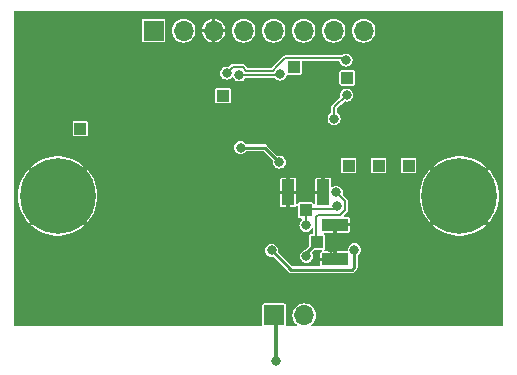
<source format=gbl>
G04 #@! TF.GenerationSoftware,KiCad,Pcbnew,7.0.7*
G04 #@! TF.CreationDate,2024-01-15T15:13:53+00:00*
G04 #@! TF.ProjectId,cardboard,63617264-626f-4617-9264-2e6b69636164,rev?*
G04 #@! TF.SameCoordinates,Original*
G04 #@! TF.FileFunction,Copper,L2,Bot*
G04 #@! TF.FilePolarity,Positive*
%FSLAX46Y46*%
G04 Gerber Fmt 4.6, Leading zero omitted, Abs format (unit mm)*
G04 Created by KiCad (PCBNEW 7.0.7) date 2024-01-15 15:13:53*
%MOMM*%
%LPD*%
G01*
G04 APERTURE LIST*
G04 #@! TA.AperFunction,ComponentPad*
%ADD10R,1.000000X1.000000*%
G04 #@! TD*
G04 #@! TA.AperFunction,ComponentPad*
%ADD11C,6.400000*%
G04 #@! TD*
G04 #@! TA.AperFunction,ComponentPad*
%ADD12R,1.700000X1.700000*%
G04 #@! TD*
G04 #@! TA.AperFunction,ComponentPad*
%ADD13O,1.700000X1.700000*%
G04 #@! TD*
G04 #@! TA.AperFunction,SMDPad,CuDef*
%ADD14R,1.050000X1.050000*%
G04 #@! TD*
G04 #@! TA.AperFunction,SMDPad,CuDef*
%ADD15R,2.200000X1.050000*%
G04 #@! TD*
G04 #@! TA.AperFunction,SMDPad,CuDef*
%ADD16R,1.050000X2.200000*%
G04 #@! TD*
G04 #@! TA.AperFunction,ViaPad*
%ADD17C,0.800000*%
G04 #@! TD*
G04 #@! TA.AperFunction,Conductor*
%ADD18C,0.250000*%
G04 #@! TD*
G04 #@! TA.AperFunction,Conductor*
%ADD19C,0.200000*%
G04 #@! TD*
G04 #@! TA.AperFunction,Conductor*
%ADD20C,0.300000*%
G04 #@! TD*
G04 APERTURE END LIST*
D10*
X117715000Y-70600000D03*
X102000000Y-64670000D03*
X108000000Y-62270000D03*
X112515000Y-63170000D03*
D11*
X122015000Y-73170000D03*
D10*
X89915000Y-67470000D03*
D11*
X88015000Y-73170000D03*
D10*
X112635000Y-70600000D03*
X115175000Y-70600000D03*
D12*
X106340000Y-83270000D03*
D13*
X108880000Y-83270000D03*
D14*
X109975000Y-77070000D03*
D15*
X111500000Y-75595000D03*
X111500000Y-78545000D03*
D12*
X96125000Y-59170000D03*
D13*
X98665000Y-59170000D03*
X101205000Y-59170000D03*
X103745000Y-59170000D03*
X106285000Y-59170000D03*
X108825000Y-59170000D03*
X111365000Y-59170000D03*
X113905000Y-59170000D03*
D14*
X109000000Y-74395000D03*
D16*
X107525000Y-72870000D03*
X110475000Y-72870000D03*
D17*
X113122343Y-77725789D03*
X106115000Y-77770000D03*
X107145000Y-67810000D03*
X107145000Y-65270000D03*
X92015000Y-83170000D03*
X105875000Y-67810000D03*
X124015000Y-83170000D03*
X115015000Y-78470000D03*
X108319999Y-63389999D03*
X92370143Y-72683450D03*
X117015000Y-67170000D03*
X124015000Y-59170000D03*
X102015000Y-83170000D03*
X104605000Y-67810000D03*
X91015000Y-59170000D03*
X124015000Y-78170000D03*
X117015000Y-59170000D03*
X98025000Y-64290000D03*
X103015000Y-78170000D03*
X86015000Y-78170000D03*
X121415000Y-62870000D03*
X107600000Y-80170000D03*
X105423190Y-70196204D03*
X98015000Y-78170000D03*
X92015000Y-78170000D03*
X115600000Y-83170000D03*
X102300000Y-69270000D03*
X94515000Y-62870000D03*
X103015000Y-74170000D03*
X101300000Y-72070000D03*
X109749370Y-66620000D03*
X120015000Y-79170000D03*
X105875000Y-65270000D03*
X107814392Y-75621454D03*
X107145000Y-66540000D03*
X111400000Y-67970000D03*
X105875000Y-66540000D03*
X112915000Y-65570000D03*
X86015000Y-83170000D03*
X111149500Y-77570000D03*
X92115000Y-68270000D03*
X104050000Y-72020000D03*
X98015000Y-83170000D03*
X107215000Y-77669996D03*
X94115000Y-67570000D03*
X104605000Y-66540000D03*
X98015000Y-74170000D03*
X116015000Y-73170000D03*
X124015000Y-67170000D03*
X98025000Y-67690000D03*
X86015000Y-67170000D03*
X107815000Y-60370000D03*
X86015000Y-59170000D03*
X108415000Y-69039502D03*
X104605000Y-65270000D03*
X103500000Y-69070000D03*
X106773190Y-70305664D03*
X112415004Y-61670000D03*
X102315000Y-62770000D03*
X109019994Y-75643728D03*
X111621626Y-74016338D03*
X109050500Y-78269502D03*
X111600000Y-72870000D03*
X111408733Y-66625768D03*
X112464750Y-64619750D03*
X103399994Y-62920000D03*
X106831860Y-62854438D03*
X106515000Y-87170000D03*
D18*
X107740000Y-79395000D02*
X106115000Y-77770000D01*
X112925000Y-79395000D02*
X107740000Y-79395000D01*
X113122343Y-77725789D02*
X113122343Y-79197657D01*
X113122343Y-79197657D02*
X112925000Y-79395000D01*
X103500000Y-69070000D02*
X105537526Y-69070000D01*
X105537526Y-69070000D02*
X106773190Y-70305664D01*
D19*
X106565562Y-62204438D02*
X106562621Y-62204438D01*
X103969233Y-62570000D02*
X103669233Y-62270000D01*
X112265004Y-61520000D02*
X107250000Y-61520000D01*
X106562621Y-62204438D02*
X106197059Y-62570000D01*
X106197059Y-62570000D02*
X103969233Y-62570000D01*
X103669233Y-62270000D02*
X102815000Y-62270000D01*
X112415004Y-61670000D02*
X112265004Y-61520000D01*
X107250000Y-61520000D02*
X106565562Y-62204438D01*
X102815000Y-62270000D02*
X102315000Y-62770000D01*
X111325000Y-74245000D02*
X111392964Y-74245000D01*
X109019994Y-75643728D02*
X109019994Y-74414994D01*
X109625000Y-74245000D02*
X109625000Y-74295000D01*
X109150000Y-74245000D02*
X109625000Y-74245000D01*
X111392964Y-74245000D02*
X111621626Y-74016338D01*
X109625000Y-74295000D02*
X111325000Y-74295000D01*
X111325000Y-74295000D02*
X111325000Y-74245000D01*
X111918269Y-74745000D02*
X112346626Y-74316643D01*
X110075000Y-74745000D02*
X111918269Y-74745000D01*
X112346626Y-74316643D02*
X112346626Y-73616626D01*
X109900000Y-77070000D02*
X109900000Y-74920000D01*
D18*
X109050500Y-77994500D02*
X109975000Y-77070000D01*
D19*
X112346626Y-73616626D02*
X111600000Y-72870000D01*
D18*
X109050500Y-78269502D02*
X109050500Y-77994500D01*
D19*
X109900000Y-74920000D02*
X110075000Y-74745000D01*
X111408733Y-65675767D02*
X112464750Y-64619750D01*
X111408733Y-66625768D02*
X111408733Y-65675767D01*
X106766298Y-62920000D02*
X103399994Y-62920000D01*
X106831860Y-62854438D02*
X106766298Y-62920000D01*
D20*
X106515000Y-87170000D02*
X106515000Y-83445000D01*
G04 #@! TA.AperFunction,Conductor*
G36*
X125688066Y-57487813D02*
G01*
X125713376Y-57531650D01*
X125714500Y-57544500D01*
X125714500Y-84096000D01*
X125697187Y-84143566D01*
X125653350Y-84168876D01*
X125640500Y-84170000D01*
X109567259Y-84170000D01*
X109519693Y-84152687D01*
X109494383Y-84108850D01*
X109503173Y-84059000D01*
X109520311Y-84038799D01*
X109590883Y-83980883D01*
X109715910Y-83828538D01*
X109808814Y-83654727D01*
X109866024Y-83466132D01*
X109885341Y-83270000D01*
X109866024Y-83073868D01*
X109808814Y-82885273D01*
X109808812Y-82885270D01*
X109808812Y-82885268D01*
X109757048Y-82788426D01*
X109715910Y-82711462D01*
X109590883Y-82559117D01*
X109438538Y-82434090D01*
X109428597Y-82428776D01*
X109264731Y-82341187D01*
X109076133Y-82283976D01*
X108880000Y-82264659D01*
X108683866Y-82283976D01*
X108495268Y-82341187D01*
X108321463Y-82434089D01*
X108169117Y-82559117D01*
X108044089Y-82711463D01*
X107951187Y-82885268D01*
X107893976Y-83073866D01*
X107874659Y-83270000D01*
X107893976Y-83466133D01*
X107951187Y-83654731D01*
X108038776Y-83818597D01*
X108044090Y-83828538D01*
X108169117Y-83980883D01*
X108239686Y-84038798D01*
X108265472Y-84082356D01*
X108257227Y-84132299D01*
X108218807Y-84165257D01*
X108192741Y-84170000D01*
X107414500Y-84170000D01*
X107366934Y-84152687D01*
X107341624Y-84108850D01*
X107340500Y-84096000D01*
X107340500Y-82405180D01*
X107331767Y-82361278D01*
X107298504Y-82311496D01*
X107248722Y-82278233D01*
X107204820Y-82269500D01*
X105475180Y-82269500D01*
X105453229Y-82273866D01*
X105431277Y-82278233D01*
X105381496Y-82311495D01*
X105381495Y-82311496D01*
X105348233Y-82361277D01*
X105339500Y-82405180D01*
X105339500Y-84096000D01*
X105322187Y-84143566D01*
X105278350Y-84168876D01*
X105265500Y-84170000D01*
X84389500Y-84170000D01*
X84341934Y-84152687D01*
X84316624Y-84108850D01*
X84315500Y-84096000D01*
X84315500Y-77770000D01*
X105559750Y-77770000D01*
X105578669Y-77913708D01*
X105615826Y-78003414D01*
X105634139Y-78047625D01*
X105722379Y-78162621D01*
X105837375Y-78250861D01*
X105971291Y-78306330D01*
X106115000Y-78325250D01*
X106225184Y-78310743D01*
X106274602Y-78321699D01*
X106287168Y-78331784D01*
X107520854Y-79565470D01*
X107530056Y-79576683D01*
X107541375Y-79593623D01*
X107541376Y-79593624D01*
X107561355Y-79606974D01*
X107561356Y-79606974D01*
X107564376Y-79608992D01*
X107564378Y-79608994D01*
X107590534Y-79626471D01*
X107632505Y-79654515D01*
X107712867Y-79670500D01*
X107712868Y-79670500D01*
X107739999Y-79675897D01*
X107740000Y-79675897D01*
X107759983Y-79671921D01*
X107774420Y-79670500D01*
X112890580Y-79670500D01*
X112905016Y-79671921D01*
X112925000Y-79675897D01*
X112925001Y-79675897D01*
X112929622Y-79674977D01*
X112952132Y-79670500D01*
X112952133Y-79670500D01*
X113032495Y-79654515D01*
X113074465Y-79626471D01*
X113100622Y-79608994D01*
X113100622Y-79608993D01*
X113108636Y-79603639D01*
X113108639Y-79603636D01*
X113123624Y-79593624D01*
X113134948Y-79576674D01*
X113144141Y-79565473D01*
X113292816Y-79416798D01*
X113304019Y-79407604D01*
X113320967Y-79396281D01*
X113381858Y-79305152D01*
X113397843Y-79224790D01*
X113397843Y-79224789D01*
X113403240Y-79197657D01*
X113399265Y-79177672D01*
X113397843Y-79163236D01*
X113397843Y-78244773D01*
X113415156Y-78197207D01*
X113426790Y-78186067D01*
X113514964Y-78118410D01*
X113603204Y-78003414D01*
X113658673Y-77869498D01*
X113677593Y-77725789D01*
X113658673Y-77582080D01*
X113603204Y-77448164D01*
X113514964Y-77333168D01*
X113399968Y-77244928D01*
X113399966Y-77244927D01*
X113266051Y-77189458D01*
X113122343Y-77170539D01*
X112978634Y-77189458D01*
X112844719Y-77244927D01*
X112729722Y-77333168D01*
X112641481Y-77448165D01*
X112586012Y-77582080D01*
X112570027Y-77703503D01*
X112567093Y-77725789D01*
X112572914Y-77770000D01*
X112575065Y-77786341D01*
X112564109Y-77835760D01*
X112523950Y-77866575D01*
X112501698Y-77870000D01*
X111650000Y-77870000D01*
X111650000Y-78621000D01*
X111632687Y-78668566D01*
X111588850Y-78693876D01*
X111576000Y-78695000D01*
X110250001Y-78695000D01*
X110250001Y-79045500D01*
X110232688Y-79093066D01*
X110188851Y-79118376D01*
X110176001Y-79119500D01*
X107884768Y-79119500D01*
X107837202Y-79102187D01*
X107832442Y-79097826D01*
X106676784Y-77942168D01*
X106655392Y-77896292D01*
X106655742Y-77880191D01*
X106670250Y-77770000D01*
X106651330Y-77626291D01*
X106595861Y-77492375D01*
X106507621Y-77377379D01*
X106392625Y-77289139D01*
X106392623Y-77289138D01*
X106258708Y-77233669D01*
X106115000Y-77214750D01*
X105971291Y-77233669D01*
X105837376Y-77289138D01*
X105722379Y-77377379D01*
X105634138Y-77492376D01*
X105578669Y-77626291D01*
X105559750Y-77770000D01*
X84315500Y-77770000D01*
X84315500Y-73170009D01*
X84660080Y-73170009D01*
X84679745Y-73532721D01*
X84679746Y-73532725D01*
X84738514Y-73891204D01*
X84738515Y-73891206D01*
X84835698Y-74241226D01*
X84835704Y-74241246D01*
X84970156Y-74578692D01*
X85140313Y-74899643D01*
X85344175Y-75200317D01*
X85540921Y-75431944D01*
X85540921Y-75431945D01*
X86725805Y-74247061D01*
X86771681Y-74225669D01*
X86820576Y-74238770D01*
X86834401Y-74251328D01*
X86880127Y-74304867D01*
X86880132Y-74304872D01*
X86933670Y-74350597D01*
X86958596Y-74394653D01*
X86949372Y-74444424D01*
X86937937Y-74459193D01*
X85754261Y-75642868D01*
X85754262Y-75642869D01*
X85843073Y-75726995D01*
X86132267Y-75946834D01*
X86443521Y-76134109D01*
X86773221Y-76286645D01*
X87117451Y-76402628D01*
X87117473Y-76402635D01*
X87472227Y-76480722D01*
X87472236Y-76480723D01*
X87833354Y-76519998D01*
X87833377Y-76520000D01*
X88196623Y-76520000D01*
X88196645Y-76519998D01*
X88557763Y-76480723D01*
X88557772Y-76480722D01*
X88912526Y-76402635D01*
X88912548Y-76402628D01*
X89256778Y-76286645D01*
X89586478Y-76134109D01*
X89897732Y-75946834D01*
X90186929Y-75726992D01*
X90186933Y-75726989D01*
X90275736Y-75642868D01*
X89092062Y-74459194D01*
X89070670Y-74413318D01*
X89083771Y-74364423D01*
X89096329Y-74350598D01*
X89096330Y-74350597D01*
X89149870Y-74304870D01*
X89195598Y-74251328D01*
X89239654Y-74226403D01*
X89289425Y-74235627D01*
X89304194Y-74247062D01*
X90489077Y-75431945D01*
X90685827Y-75200312D01*
X90889686Y-74899643D01*
X91059843Y-74578692D01*
X91194295Y-74241246D01*
X91194301Y-74241226D01*
X91291484Y-73891206D01*
X91291485Y-73891204D01*
X91350253Y-73532725D01*
X91350254Y-73532721D01*
X91369920Y-73170009D01*
X91369920Y-73169990D01*
X91361788Y-73020000D01*
X106850001Y-73020000D01*
X106850001Y-73984778D01*
X106858701Y-74028524D01*
X106891855Y-74078143D01*
X106891856Y-74078144D01*
X106941472Y-74111296D01*
X106985226Y-74119999D01*
X107375000Y-74119999D01*
X107674999Y-74119999D01*
X108064779Y-74119999D01*
X108108524Y-74111298D01*
X108158143Y-74078144D01*
X108158146Y-74078141D01*
X108188971Y-74032008D01*
X108229792Y-74002076D01*
X108280302Y-74005386D01*
X108316868Y-74040389D01*
X108324500Y-74073119D01*
X108324500Y-74934819D01*
X108333233Y-74978722D01*
X108355117Y-75011475D01*
X108366496Y-75028504D01*
X108416278Y-75061767D01*
X108460180Y-75070500D01*
X108644748Y-75070500D01*
X108692314Y-75087813D01*
X108717624Y-75131650D01*
X108708834Y-75181500D01*
X108689799Y-75203205D01*
X108627372Y-75251106D01*
X108627373Y-75251107D01*
X108539132Y-75366104D01*
X108483663Y-75500019D01*
X108464744Y-75643727D01*
X108483663Y-75787436D01*
X108532855Y-75906196D01*
X108539133Y-75921353D01*
X108627373Y-76036349D01*
X108742369Y-76124589D01*
X108876285Y-76180058D01*
X109019994Y-76198978D01*
X109163703Y-76180058D01*
X109297619Y-76124589D01*
X109412615Y-76036349D01*
X109500855Y-75921353D01*
X109507133Y-75906195D01*
X109541330Y-75868876D01*
X109591516Y-75862268D01*
X109634208Y-75889465D01*
X109649500Y-75934514D01*
X109649500Y-76320500D01*
X109632187Y-76368066D01*
X109588350Y-76393376D01*
X109575500Y-76394500D01*
X109435180Y-76394500D01*
X109413229Y-76398866D01*
X109391277Y-76403233D01*
X109341496Y-76436495D01*
X109341495Y-76436496D01*
X109308233Y-76486277D01*
X109299500Y-76530180D01*
X109299500Y-77325231D01*
X109282187Y-77372797D01*
X109277826Y-77377557D01*
X108941875Y-77713507D01*
X108911224Y-77731204D01*
X108911271Y-77731316D01*
X108910426Y-77731666D01*
X108908708Y-77732658D01*
X108906789Y-77733172D01*
X108772876Y-77788640D01*
X108657879Y-77876881D01*
X108569638Y-77991878D01*
X108514169Y-78125793D01*
X108495250Y-78269502D01*
X108514169Y-78413210D01*
X108569638Y-78547125D01*
X108569639Y-78547127D01*
X108657879Y-78662123D01*
X108772875Y-78750363D01*
X108906791Y-78805832D01*
X109050500Y-78824752D01*
X109194209Y-78805832D01*
X109328125Y-78750363D01*
X109443121Y-78662123D01*
X109531361Y-78547127D01*
X109586830Y-78413211D01*
X109605750Y-78269502D01*
X109586830Y-78125793D01*
X109531361Y-77991877D01*
X109531358Y-77991873D01*
X109528933Y-77987671D01*
X109530376Y-77986837D01*
X109517169Y-77944932D01*
X109536545Y-77898168D01*
X109538773Y-77895842D01*
X109667443Y-77767174D01*
X109713319Y-77745782D01*
X109719768Y-77745500D01*
X110296880Y-77745500D01*
X110344446Y-77762813D01*
X110369756Y-77806650D01*
X110360966Y-77856500D01*
X110337992Y-77881029D01*
X110291856Y-77911855D01*
X110291855Y-77911856D01*
X110258703Y-77961472D01*
X110250000Y-78005226D01*
X110250000Y-78395000D01*
X111350000Y-78395000D01*
X111350000Y-77870000D01*
X110603268Y-77870000D01*
X110555702Y-77852687D01*
X110530392Y-77808850D01*
X110539182Y-77759000D01*
X110562152Y-77734474D01*
X110608504Y-77703504D01*
X110641767Y-77653722D01*
X110650500Y-77609820D01*
X110650500Y-76530180D01*
X110641767Y-76486278D01*
X110608504Y-76436496D01*
X110562157Y-76405528D01*
X110532225Y-76364707D01*
X110535536Y-76314196D01*
X110570539Y-76277631D01*
X110603269Y-76269999D01*
X111350000Y-76269999D01*
X111350000Y-75745000D01*
X111650000Y-75745000D01*
X111650000Y-76269999D01*
X112614779Y-76269999D01*
X112658524Y-76261298D01*
X112708143Y-76228144D01*
X112708144Y-76228143D01*
X112741296Y-76178527D01*
X112750000Y-76134773D01*
X112750000Y-75745000D01*
X111650000Y-75745000D01*
X111350000Y-75745000D01*
X111350000Y-75519000D01*
X111367313Y-75471434D01*
X111411150Y-75446124D01*
X111424000Y-75445000D01*
X112749999Y-75445000D01*
X112749999Y-75055221D01*
X112741298Y-75011475D01*
X112708144Y-74961856D01*
X112708143Y-74961855D01*
X112658527Y-74928703D01*
X112614773Y-74920000D01*
X112276180Y-74920000D01*
X112228614Y-74902687D01*
X112203304Y-74858850D01*
X112212094Y-74809000D01*
X112223854Y-74793674D01*
X112321132Y-74696396D01*
X112501157Y-74516370D01*
X112512360Y-74507176D01*
X112527227Y-74497244D01*
X112575097Y-74425601D01*
X112582592Y-74414384D01*
X112602034Y-74316643D01*
X112599692Y-74304870D01*
X112598548Y-74299116D01*
X112597126Y-74284680D01*
X112597126Y-73648592D01*
X112598548Y-73634154D01*
X112600624Y-73623717D01*
X112602035Y-73616626D01*
X112582592Y-73518886D01*
X112541204Y-73456943D01*
X112541203Y-73456942D01*
X112527227Y-73436025D01*
X112512364Y-73426094D01*
X112501156Y-73416895D01*
X112254269Y-73170009D01*
X118660080Y-73170009D01*
X118679745Y-73532721D01*
X118679746Y-73532725D01*
X118738514Y-73891204D01*
X118738515Y-73891206D01*
X118835698Y-74241226D01*
X118835704Y-74241246D01*
X118970156Y-74578692D01*
X119140313Y-74899643D01*
X119344175Y-75200317D01*
X119540921Y-75431944D01*
X119540921Y-75431945D01*
X120725805Y-74247061D01*
X120771681Y-74225669D01*
X120820576Y-74238770D01*
X120834401Y-74251328D01*
X120880127Y-74304867D01*
X120880132Y-74304872D01*
X120933670Y-74350597D01*
X120958596Y-74394653D01*
X120949372Y-74444424D01*
X120937937Y-74459193D01*
X119754261Y-75642868D01*
X119754262Y-75642869D01*
X119843073Y-75726995D01*
X120132267Y-75946834D01*
X120443521Y-76134109D01*
X120773221Y-76286645D01*
X121117451Y-76402628D01*
X121117473Y-76402635D01*
X121472227Y-76480722D01*
X121472236Y-76480723D01*
X121833354Y-76519998D01*
X121833377Y-76520000D01*
X122196623Y-76520000D01*
X122196645Y-76519998D01*
X122557763Y-76480723D01*
X122557772Y-76480722D01*
X122912526Y-76402635D01*
X122912548Y-76402628D01*
X123256778Y-76286645D01*
X123586478Y-76134109D01*
X123897732Y-75946834D01*
X124186929Y-75726992D01*
X124186933Y-75726989D01*
X124275736Y-75642868D01*
X123092062Y-74459194D01*
X123070670Y-74413318D01*
X123083771Y-74364423D01*
X123096329Y-74350598D01*
X123096330Y-74350597D01*
X123149870Y-74304870D01*
X123195598Y-74251328D01*
X123239654Y-74226403D01*
X123289425Y-74235627D01*
X123304194Y-74247062D01*
X124489077Y-75431945D01*
X124685827Y-75200312D01*
X124889686Y-74899643D01*
X125059843Y-74578692D01*
X125194295Y-74241246D01*
X125194301Y-74241226D01*
X125291484Y-73891206D01*
X125291485Y-73891204D01*
X125350253Y-73532725D01*
X125350254Y-73532721D01*
X125369920Y-73170009D01*
X125369920Y-73169990D01*
X125350254Y-72807278D01*
X125350253Y-72807274D01*
X125291485Y-72448795D01*
X125291484Y-72448793D01*
X125194301Y-72098773D01*
X125194295Y-72098753D01*
X125059843Y-71761307D01*
X124889686Y-71440356D01*
X124685827Y-71139687D01*
X124489077Y-70908053D01*
X123304193Y-72092937D01*
X123258316Y-72114329D01*
X123209422Y-72101228D01*
X123195597Y-72088670D01*
X123149872Y-72035132D01*
X123149867Y-72035127D01*
X123096328Y-71989401D01*
X123071402Y-71945345D01*
X123080626Y-71895574D01*
X123092061Y-71880805D01*
X124275736Y-70697129D01*
X124186926Y-70613004D01*
X123897732Y-70393165D01*
X123586478Y-70205890D01*
X123256778Y-70053354D01*
X122912548Y-69937371D01*
X122912526Y-69937364D01*
X122557772Y-69859277D01*
X122557763Y-69859276D01*
X122196645Y-69820001D01*
X122196623Y-69820000D01*
X121833377Y-69820000D01*
X121833354Y-69820001D01*
X121472236Y-69859276D01*
X121472227Y-69859277D01*
X121117473Y-69937364D01*
X121117451Y-69937371D01*
X120773221Y-70053354D01*
X120443521Y-70205890D01*
X120132267Y-70393165D01*
X119843068Y-70613008D01*
X119754262Y-70697129D01*
X120937937Y-71880805D01*
X120959329Y-71926682D01*
X120946228Y-71975576D01*
X120933671Y-71989400D01*
X120880133Y-72035126D01*
X120880126Y-72035133D01*
X120834400Y-72088671D01*
X120790344Y-72113596D01*
X120740572Y-72104371D01*
X120725805Y-72092937D01*
X119540921Y-70908053D01*
X119540921Y-70908054D01*
X119344175Y-71139682D01*
X119140313Y-71440356D01*
X118970156Y-71761307D01*
X118835704Y-72098753D01*
X118835698Y-72098773D01*
X118738515Y-72448793D01*
X118738514Y-72448795D01*
X118679746Y-72807274D01*
X118679745Y-72807278D01*
X118660080Y-73169990D01*
X118660080Y-73170009D01*
X112254269Y-73170009D01*
X112157671Y-73073411D01*
X112136279Y-73027535D01*
X112136629Y-73011431D01*
X112155250Y-72870000D01*
X112136330Y-72726291D01*
X112080861Y-72592375D01*
X111992621Y-72477379D01*
X111877625Y-72389139D01*
X111857995Y-72381008D01*
X111743708Y-72333669D01*
X111600000Y-72314750D01*
X111456291Y-72333669D01*
X111322376Y-72389138D01*
X111322372Y-72389140D01*
X111269047Y-72430058D01*
X111220771Y-72445280D01*
X111174005Y-72425908D01*
X111150632Y-72381008D01*
X111149999Y-72371350D01*
X111149999Y-71755221D01*
X111141298Y-71711475D01*
X111108144Y-71661856D01*
X111108143Y-71661855D01*
X111058527Y-71628703D01*
X111014773Y-71620000D01*
X110625000Y-71620000D01*
X110625000Y-72946000D01*
X110607687Y-72993566D01*
X110563850Y-73018876D01*
X110551000Y-73020000D01*
X109800001Y-73020000D01*
X109800001Y-73766731D01*
X109782688Y-73814297D01*
X109738851Y-73839607D01*
X109689001Y-73830817D01*
X109664472Y-73807843D01*
X109633504Y-73761496D01*
X109633503Y-73761495D01*
X109583722Y-73728233D01*
X109583721Y-73728232D01*
X109539820Y-73719500D01*
X108460180Y-73719500D01*
X108438228Y-73723866D01*
X108416277Y-73728233D01*
X108366496Y-73761495D01*
X108366495Y-73761496D01*
X108335529Y-73807841D01*
X108294707Y-73837773D01*
X108244197Y-73834462D01*
X108207631Y-73799458D01*
X108200000Y-73766729D01*
X108200000Y-73020000D01*
X107675000Y-73020000D01*
X107674999Y-74119999D01*
X107375000Y-74119999D01*
X107375000Y-73020000D01*
X106850001Y-73020000D01*
X91361788Y-73020000D01*
X91350254Y-72807278D01*
X91350253Y-72807274D01*
X91335945Y-72719999D01*
X106849999Y-72719999D01*
X106850000Y-72720000D01*
X107375000Y-72720000D01*
X107375000Y-71620000D01*
X107675000Y-71620000D01*
X107675000Y-72720000D01*
X108199999Y-72720000D01*
X109800000Y-72720000D01*
X110325000Y-72720000D01*
X110324999Y-71620000D01*
X109935229Y-71620000D01*
X109891473Y-71628703D01*
X109841856Y-71661855D01*
X109841855Y-71661856D01*
X109808703Y-71711472D01*
X109800000Y-71755226D01*
X109800000Y-72720000D01*
X108199999Y-72720000D01*
X108199999Y-71755221D01*
X108191298Y-71711475D01*
X108158144Y-71661856D01*
X108158143Y-71661855D01*
X108108527Y-71628703D01*
X108064773Y-71620000D01*
X107675000Y-71620000D01*
X107375000Y-71620000D01*
X106985229Y-71620000D01*
X106941473Y-71628703D01*
X106891856Y-71661855D01*
X106891855Y-71661856D01*
X106858703Y-71711472D01*
X106850000Y-71755226D01*
X106849999Y-72719999D01*
X91335945Y-72719999D01*
X91291485Y-72448795D01*
X91291484Y-72448793D01*
X91194301Y-72098773D01*
X91194295Y-72098753D01*
X91059843Y-71761307D01*
X90889686Y-71440356D01*
X90685827Y-71139687D01*
X90664705Y-71114820D01*
X111984500Y-71114820D01*
X111993233Y-71158722D01*
X112026496Y-71208504D01*
X112076278Y-71241767D01*
X112120180Y-71250500D01*
X112120181Y-71250500D01*
X113149819Y-71250500D01*
X113149820Y-71250500D01*
X113193722Y-71241767D01*
X113243504Y-71208504D01*
X113276767Y-71158722D01*
X113285500Y-71114820D01*
X114524500Y-71114820D01*
X114533233Y-71158722D01*
X114566496Y-71208504D01*
X114616278Y-71241767D01*
X114660180Y-71250500D01*
X114660181Y-71250500D01*
X115689819Y-71250500D01*
X115689820Y-71250500D01*
X115733722Y-71241767D01*
X115783504Y-71208504D01*
X115816767Y-71158722D01*
X115825500Y-71114820D01*
X117064500Y-71114820D01*
X117073233Y-71158722D01*
X117106496Y-71208504D01*
X117156278Y-71241767D01*
X117200180Y-71250500D01*
X117200181Y-71250500D01*
X118229819Y-71250500D01*
X118229820Y-71250500D01*
X118273722Y-71241767D01*
X118323504Y-71208504D01*
X118356767Y-71158722D01*
X118365500Y-71114820D01*
X118365500Y-70085180D01*
X118356767Y-70041278D01*
X118323504Y-69991496D01*
X118273722Y-69958233D01*
X118229820Y-69949500D01*
X117200180Y-69949500D01*
X117178228Y-69953866D01*
X117156277Y-69958233D01*
X117106496Y-69991495D01*
X117106495Y-69991496D01*
X117073233Y-70041277D01*
X117073232Y-70041278D01*
X117073233Y-70041278D01*
X117064500Y-70085180D01*
X117064500Y-71114820D01*
X115825500Y-71114820D01*
X115825500Y-70085180D01*
X115816767Y-70041278D01*
X115783504Y-69991496D01*
X115733722Y-69958233D01*
X115689820Y-69949500D01*
X114660180Y-69949500D01*
X114638228Y-69953866D01*
X114616277Y-69958233D01*
X114566496Y-69991495D01*
X114566495Y-69991496D01*
X114533233Y-70041277D01*
X114533232Y-70041278D01*
X114533233Y-70041278D01*
X114524500Y-70085180D01*
X114524500Y-71114820D01*
X113285500Y-71114820D01*
X113285500Y-70085180D01*
X113276767Y-70041278D01*
X113243504Y-69991496D01*
X113193722Y-69958233D01*
X113149820Y-69949500D01*
X112120180Y-69949500D01*
X112098228Y-69953866D01*
X112076277Y-69958233D01*
X112026496Y-69991495D01*
X112026495Y-69991496D01*
X111993233Y-70041277D01*
X111993232Y-70041278D01*
X111993233Y-70041278D01*
X111984500Y-70085180D01*
X111984500Y-71114820D01*
X90664705Y-71114820D01*
X90489077Y-70908053D01*
X89304193Y-72092937D01*
X89258316Y-72114329D01*
X89209422Y-72101228D01*
X89195597Y-72088670D01*
X89149872Y-72035132D01*
X89149867Y-72035127D01*
X89096328Y-71989401D01*
X89071402Y-71945345D01*
X89080626Y-71895574D01*
X89092061Y-71880805D01*
X90275736Y-70697129D01*
X90186926Y-70613004D01*
X89897732Y-70393165D01*
X89586478Y-70205890D01*
X89256778Y-70053354D01*
X88912548Y-69937371D01*
X88912526Y-69937364D01*
X88557772Y-69859277D01*
X88557763Y-69859276D01*
X88196645Y-69820001D01*
X88196623Y-69820000D01*
X87833377Y-69820000D01*
X87833354Y-69820001D01*
X87472236Y-69859276D01*
X87472227Y-69859277D01*
X87117473Y-69937364D01*
X87117451Y-69937371D01*
X86773221Y-70053354D01*
X86443521Y-70205890D01*
X86132267Y-70393165D01*
X85843068Y-70613008D01*
X85754262Y-70697129D01*
X86937937Y-71880805D01*
X86959329Y-71926682D01*
X86946228Y-71975576D01*
X86933671Y-71989400D01*
X86880133Y-72035126D01*
X86880126Y-72035133D01*
X86834400Y-72088671D01*
X86790344Y-72113596D01*
X86740572Y-72104371D01*
X86725805Y-72092937D01*
X85540921Y-70908053D01*
X85540921Y-70908054D01*
X85344175Y-71139682D01*
X85140313Y-71440356D01*
X84970156Y-71761307D01*
X84835704Y-72098753D01*
X84835698Y-72098773D01*
X84738515Y-72448793D01*
X84738514Y-72448795D01*
X84679746Y-72807274D01*
X84679745Y-72807278D01*
X84660080Y-73169990D01*
X84660080Y-73170009D01*
X84315500Y-73170009D01*
X84315500Y-69070000D01*
X102944750Y-69070000D01*
X102963669Y-69213708D01*
X103018259Y-69345500D01*
X103019139Y-69347625D01*
X103107379Y-69462621D01*
X103222375Y-69550861D01*
X103356291Y-69606330D01*
X103500000Y-69625250D01*
X103643709Y-69606330D01*
X103777625Y-69550861D01*
X103892621Y-69462621D01*
X103960277Y-69374450D01*
X104002968Y-69347254D01*
X104018984Y-69345500D01*
X105392758Y-69345500D01*
X105440324Y-69362813D01*
X105445084Y-69367174D01*
X106211405Y-70133495D01*
X106232797Y-70179371D01*
X106232446Y-70195480D01*
X106217940Y-70305663D01*
X106236859Y-70449372D01*
X106292328Y-70583287D01*
X106292329Y-70583289D01*
X106380569Y-70698285D01*
X106495565Y-70786525D01*
X106629481Y-70841994D01*
X106773190Y-70860914D01*
X106916899Y-70841994D01*
X107050815Y-70786525D01*
X107165811Y-70698285D01*
X107254051Y-70583289D01*
X107309520Y-70449373D01*
X107328440Y-70305664D01*
X107309520Y-70161955D01*
X107254051Y-70028039D01*
X107165811Y-69913043D01*
X107050815Y-69824803D01*
X107039222Y-69820001D01*
X106916898Y-69769333D01*
X106792108Y-69752904D01*
X106773190Y-69750414D01*
X106773189Y-69750414D01*
X106663006Y-69764920D01*
X106613587Y-69753964D01*
X106601021Y-69743879D01*
X105756671Y-68899529D01*
X105747468Y-68888314D01*
X105736152Y-68871378D01*
X105736150Y-68871376D01*
X105716170Y-68858026D01*
X105716165Y-68858021D01*
X105686991Y-68838528D01*
X105645021Y-68810485D01*
X105645021Y-68810484D01*
X105564659Y-68794500D01*
X105564658Y-68794500D01*
X105564656Y-68794499D01*
X105537527Y-68789103D01*
X105537526Y-68789103D01*
X105517543Y-68793078D01*
X105503106Y-68794500D01*
X104018984Y-68794500D01*
X103971418Y-68777187D01*
X103960278Y-68765552D01*
X103892621Y-68677379D01*
X103777625Y-68589139D01*
X103777623Y-68589138D01*
X103643708Y-68533669D01*
X103518919Y-68517240D01*
X103500000Y-68514750D01*
X103499999Y-68514750D01*
X103356291Y-68533669D01*
X103222376Y-68589138D01*
X103107379Y-68677379D01*
X103019138Y-68792376D01*
X102963669Y-68926291D01*
X102944750Y-69070000D01*
X84315500Y-69070000D01*
X84315500Y-67984820D01*
X89264500Y-67984820D01*
X89273233Y-68028722D01*
X89306496Y-68078504D01*
X89356278Y-68111767D01*
X89400180Y-68120500D01*
X89400181Y-68120500D01*
X90429819Y-68120500D01*
X90429820Y-68120500D01*
X90473722Y-68111767D01*
X90523504Y-68078504D01*
X90556767Y-68028722D01*
X90565500Y-67984820D01*
X90565500Y-66955180D01*
X90556767Y-66911278D01*
X90523504Y-66861496D01*
X90473722Y-66828233D01*
X90429820Y-66819500D01*
X89400180Y-66819500D01*
X89378228Y-66823866D01*
X89356277Y-66828233D01*
X89306496Y-66861495D01*
X89306495Y-66861496D01*
X89273233Y-66911277D01*
X89273232Y-66911278D01*
X89273233Y-66911278D01*
X89264500Y-66955180D01*
X89264500Y-67984820D01*
X84315500Y-67984820D01*
X84315500Y-66625767D01*
X110853483Y-66625767D01*
X110872402Y-66769476D01*
X110910518Y-66861496D01*
X110927872Y-66903393D01*
X111016112Y-67018389D01*
X111131108Y-67106629D01*
X111265024Y-67162098D01*
X111408733Y-67181018D01*
X111552442Y-67162098D01*
X111686358Y-67106629D01*
X111801354Y-67018389D01*
X111889594Y-66903393D01*
X111945063Y-66769477D01*
X111963983Y-66625768D01*
X111945063Y-66482059D01*
X111889594Y-66348143D01*
X111801354Y-66233147D01*
X111801349Y-66233143D01*
X111688184Y-66146306D01*
X111660987Y-66103614D01*
X111659233Y-66087599D01*
X111659233Y-65810179D01*
X111676546Y-65762613D01*
X111680907Y-65757853D01*
X111962727Y-65476033D01*
X112261339Y-65177420D01*
X112307214Y-65156029D01*
X112323319Y-65156379D01*
X112464750Y-65175000D01*
X112608459Y-65156080D01*
X112742375Y-65100611D01*
X112857371Y-65012371D01*
X112945611Y-64897375D01*
X113001080Y-64763459D01*
X113020000Y-64619750D01*
X113001080Y-64476041D01*
X112945611Y-64342125D01*
X112857371Y-64227129D01*
X112742375Y-64138889D01*
X112742373Y-64138888D01*
X112608458Y-64083419D01*
X112464750Y-64064500D01*
X112321041Y-64083419D01*
X112187126Y-64138888D01*
X112072129Y-64227129D01*
X111983888Y-64342126D01*
X111928419Y-64476041D01*
X111909500Y-64619750D01*
X111928119Y-64761174D01*
X111917163Y-64810593D01*
X111907078Y-64823159D01*
X111254205Y-65476033D01*
X111242995Y-65485233D01*
X111228133Y-65495164D01*
X111192675Y-65548230D01*
X111172769Y-65578021D01*
X111172767Y-65578026D01*
X111153325Y-65675767D01*
X111156811Y-65693292D01*
X111158233Y-65707729D01*
X111158233Y-66087599D01*
X111140920Y-66135165D01*
X111129282Y-66146306D01*
X111016116Y-66233143D01*
X111016113Y-66233146D01*
X110927871Y-66348144D01*
X110872402Y-66482059D01*
X110853483Y-66625767D01*
X84315500Y-66625767D01*
X84315500Y-65184820D01*
X101349500Y-65184820D01*
X101358233Y-65228722D01*
X101391496Y-65278504D01*
X101441278Y-65311767D01*
X101485180Y-65320500D01*
X101485181Y-65320500D01*
X102514819Y-65320500D01*
X102514820Y-65320500D01*
X102558722Y-65311767D01*
X102608504Y-65278504D01*
X102641767Y-65228722D01*
X102650500Y-65184820D01*
X102650500Y-64155180D01*
X102641767Y-64111278D01*
X102608504Y-64061496D01*
X102558722Y-64028233D01*
X102514820Y-64019500D01*
X101485180Y-64019500D01*
X101463229Y-64023866D01*
X101441277Y-64028233D01*
X101391496Y-64061495D01*
X101391495Y-64061496D01*
X101358233Y-64111277D01*
X101358232Y-64111278D01*
X101358233Y-64111278D01*
X101349500Y-64155180D01*
X101349500Y-65184820D01*
X84315500Y-65184820D01*
X84315500Y-63684820D01*
X111864500Y-63684820D01*
X111873233Y-63728722D01*
X111906496Y-63778504D01*
X111956278Y-63811767D01*
X112000180Y-63820500D01*
X112000181Y-63820500D01*
X113029819Y-63820500D01*
X113029820Y-63820500D01*
X113073722Y-63811767D01*
X113123504Y-63778504D01*
X113156767Y-63728722D01*
X113165500Y-63684820D01*
X113165500Y-62655180D01*
X113156767Y-62611278D01*
X113123504Y-62561496D01*
X113073722Y-62528233D01*
X113029820Y-62519500D01*
X112000180Y-62519500D01*
X111978228Y-62523866D01*
X111956277Y-62528233D01*
X111906496Y-62561495D01*
X111906495Y-62561496D01*
X111873233Y-62611277D01*
X111867047Y-62642375D01*
X111864500Y-62655180D01*
X111864500Y-63684820D01*
X84315500Y-63684820D01*
X84315500Y-62770000D01*
X101759750Y-62770000D01*
X101778669Y-62913708D01*
X101786759Y-62933238D01*
X101834139Y-63047625D01*
X101922379Y-63162621D01*
X102037375Y-63250861D01*
X102171291Y-63306330D01*
X102315000Y-63325250D01*
X102458709Y-63306330D01*
X102592625Y-63250861D01*
X102707621Y-63162621D01*
X102757543Y-63097561D01*
X102800232Y-63070365D01*
X102850418Y-63076972D01*
X102884616Y-63114292D01*
X102884616Y-63114293D01*
X102908624Y-63172254D01*
X102919133Y-63197625D01*
X103007373Y-63312621D01*
X103122369Y-63400861D01*
X103256285Y-63456330D01*
X103399994Y-63475250D01*
X103543703Y-63456330D01*
X103677619Y-63400861D01*
X103792615Y-63312621D01*
X103879454Y-63199449D01*
X103922145Y-63172254D01*
X103938161Y-63170500D01*
X106344001Y-63170500D01*
X106391567Y-63187813D01*
X106402707Y-63199450D01*
X106439239Y-63247059D01*
X106554235Y-63335299D01*
X106688151Y-63390768D01*
X106831860Y-63409688D01*
X106975569Y-63390768D01*
X107109485Y-63335299D01*
X107224481Y-63247059D01*
X107312721Y-63132063D01*
X107368190Y-62998147D01*
X107370824Y-62978137D01*
X107394196Y-62933238D01*
X107440962Y-62913866D01*
X107458625Y-62915217D01*
X107485180Y-62920500D01*
X107485182Y-62920500D01*
X108514819Y-62920500D01*
X108514820Y-62920500D01*
X108558722Y-62911767D01*
X108608504Y-62878504D01*
X108641767Y-62828722D01*
X108650500Y-62784820D01*
X108650500Y-61844500D01*
X108667813Y-61796934D01*
X108711650Y-61771624D01*
X108724500Y-61770500D01*
X111811331Y-61770500D01*
X111858897Y-61787813D01*
X111879698Y-61816182D01*
X111914866Y-61901085D01*
X111934143Y-61947625D01*
X112022383Y-62062621D01*
X112137379Y-62150861D01*
X112271295Y-62206330D01*
X112415004Y-62225250D01*
X112558713Y-62206330D01*
X112692629Y-62150861D01*
X112807625Y-62062621D01*
X112895865Y-61947625D01*
X112951334Y-61813709D01*
X112970254Y-61670000D01*
X112951334Y-61526291D01*
X112895865Y-61392375D01*
X112807625Y-61277379D01*
X112692629Y-61189139D01*
X112692627Y-61189138D01*
X112558712Y-61133669D01*
X112415004Y-61114750D01*
X112271295Y-61133669D01*
X112137380Y-61189138D01*
X112137378Y-61189139D01*
X112137379Y-61189139D01*
X112052578Y-61254208D01*
X112007532Y-61269500D01*
X107281967Y-61269500D01*
X107267530Y-61268078D01*
X107250001Y-61264591D01*
X107250000Y-61264591D01*
X107149186Y-61284644D01*
X107143131Y-61290133D01*
X107069399Y-61339398D01*
X107069397Y-61339400D01*
X107059468Y-61354259D01*
X107050268Y-61365469D01*
X106416954Y-61998784D01*
X106405741Y-62007986D01*
X106382021Y-62023835D01*
X106382018Y-62023838D01*
X106372089Y-62038697D01*
X106362889Y-62049907D01*
X106114973Y-62297826D01*
X106069097Y-62319218D01*
X106062647Y-62319500D01*
X104103645Y-62319500D01*
X104056079Y-62302187D01*
X104051319Y-62297826D01*
X103868965Y-62115472D01*
X103859763Y-62104259D01*
X103849834Y-62089399D01*
X103796769Y-62053942D01*
X103766974Y-62034034D01*
X103669233Y-62014592D01*
X103651708Y-62018078D01*
X103637271Y-62019500D01*
X102846967Y-62019500D01*
X102832530Y-62018078D01*
X102815001Y-62014591D01*
X102815000Y-62014591D01*
X102717260Y-62034033D01*
X102717260Y-62034034D01*
X102690158Y-62052143D01*
X102634397Y-62089400D01*
X102624468Y-62104259D01*
X102615268Y-62115469D01*
X102518409Y-62212328D01*
X102472533Y-62233720D01*
X102456424Y-62233369D01*
X102315000Y-62214750D01*
X102171291Y-62233669D01*
X102037376Y-62289138D01*
X101922379Y-62377379D01*
X101834138Y-62492376D01*
X101778669Y-62626291D01*
X101759750Y-62770000D01*
X84315500Y-62770000D01*
X84315500Y-60034819D01*
X95124500Y-60034819D01*
X95133233Y-60078722D01*
X95146656Y-60098812D01*
X95166496Y-60128504D01*
X95216278Y-60161767D01*
X95260180Y-60170500D01*
X95260181Y-60170500D01*
X96989819Y-60170500D01*
X96989820Y-60170500D01*
X97033722Y-60161767D01*
X97083504Y-60128504D01*
X97116767Y-60078722D01*
X97125500Y-60034820D01*
X97125500Y-59170000D01*
X97659659Y-59170000D01*
X97678976Y-59366133D01*
X97736187Y-59554731D01*
X97801058Y-59676094D01*
X97829090Y-59728538D01*
X97954117Y-59880883D01*
X98106462Y-60005910D01*
X98160547Y-60034819D01*
X98280268Y-60098812D01*
X98280270Y-60098812D01*
X98280273Y-60098814D01*
X98468868Y-60156024D01*
X98665000Y-60175341D01*
X98861132Y-60156024D01*
X99049727Y-60098814D01*
X99223538Y-60005910D01*
X99375883Y-59880883D01*
X99500910Y-59728538D01*
X99593814Y-59554727D01*
X99651024Y-59366132D01*
X99655568Y-59320000D01*
X100214935Y-59320000D01*
X100219469Y-59366035D01*
X100276651Y-59554539D01*
X100369504Y-59728252D01*
X100369513Y-59728266D01*
X100494471Y-59880526D01*
X100494473Y-59880528D01*
X100646733Y-60005486D01*
X100646747Y-60005495D01*
X100820460Y-60098348D01*
X101008964Y-60155530D01*
X101055000Y-60160064D01*
X101055000Y-59738975D01*
X101072313Y-59691409D01*
X101116150Y-59666099D01*
X101139525Y-59665728D01*
X101169237Y-59670000D01*
X101169243Y-59670000D01*
X101240757Y-59670000D01*
X101240763Y-59670000D01*
X101270470Y-59665728D01*
X101320013Y-59676094D01*
X101351305Y-59715883D01*
X101355000Y-59738975D01*
X101355000Y-60160064D01*
X101401035Y-60155530D01*
X101589539Y-60098348D01*
X101763252Y-60005495D01*
X101763266Y-60005486D01*
X101915526Y-59880528D01*
X101915528Y-59880526D01*
X102040486Y-59728266D01*
X102040495Y-59728252D01*
X102133348Y-59554539D01*
X102190530Y-59366035D01*
X102195065Y-59320000D01*
X101779000Y-59320000D01*
X101731434Y-59302687D01*
X101706124Y-59258850D01*
X101705000Y-59246000D01*
X101705000Y-59170000D01*
X102739659Y-59170000D01*
X102758976Y-59366133D01*
X102816187Y-59554731D01*
X102881058Y-59676094D01*
X102909090Y-59728538D01*
X103034117Y-59880883D01*
X103186462Y-60005910D01*
X103240547Y-60034819D01*
X103360268Y-60098812D01*
X103360270Y-60098812D01*
X103360273Y-60098814D01*
X103548868Y-60156024D01*
X103745000Y-60175341D01*
X103941132Y-60156024D01*
X104129727Y-60098814D01*
X104303538Y-60005910D01*
X104455883Y-59880883D01*
X104580910Y-59728538D01*
X104673814Y-59554727D01*
X104731024Y-59366132D01*
X104750341Y-59170000D01*
X105279659Y-59170000D01*
X105298976Y-59366133D01*
X105356187Y-59554731D01*
X105421058Y-59676094D01*
X105449090Y-59728538D01*
X105574117Y-59880883D01*
X105726462Y-60005910D01*
X105780547Y-60034819D01*
X105900268Y-60098812D01*
X105900270Y-60098812D01*
X105900273Y-60098814D01*
X106088868Y-60156024D01*
X106285000Y-60175341D01*
X106481132Y-60156024D01*
X106669727Y-60098814D01*
X106843538Y-60005910D01*
X106995883Y-59880883D01*
X107120910Y-59728538D01*
X107213814Y-59554727D01*
X107271024Y-59366132D01*
X107290341Y-59170000D01*
X107819659Y-59170000D01*
X107838976Y-59366133D01*
X107896187Y-59554731D01*
X107961058Y-59676094D01*
X107989090Y-59728538D01*
X108114117Y-59880883D01*
X108266462Y-60005910D01*
X108320547Y-60034819D01*
X108440268Y-60098812D01*
X108440270Y-60098812D01*
X108440273Y-60098814D01*
X108628868Y-60156024D01*
X108825000Y-60175341D01*
X109021132Y-60156024D01*
X109209727Y-60098814D01*
X109383538Y-60005910D01*
X109535883Y-59880883D01*
X109660910Y-59728538D01*
X109753814Y-59554727D01*
X109811024Y-59366132D01*
X109830341Y-59170000D01*
X110359659Y-59170000D01*
X110378976Y-59366133D01*
X110436187Y-59554731D01*
X110501058Y-59676094D01*
X110529090Y-59728538D01*
X110654117Y-59880883D01*
X110806462Y-60005910D01*
X110860547Y-60034819D01*
X110980268Y-60098812D01*
X110980270Y-60098812D01*
X110980273Y-60098814D01*
X111168868Y-60156024D01*
X111365000Y-60175341D01*
X111561132Y-60156024D01*
X111749727Y-60098814D01*
X111923538Y-60005910D01*
X112075883Y-59880883D01*
X112200910Y-59728538D01*
X112293814Y-59554727D01*
X112351024Y-59366132D01*
X112370341Y-59170000D01*
X112899659Y-59170000D01*
X112918976Y-59366133D01*
X112976187Y-59554731D01*
X113041058Y-59676094D01*
X113069090Y-59728538D01*
X113194117Y-59880883D01*
X113346462Y-60005910D01*
X113400547Y-60034819D01*
X113520268Y-60098812D01*
X113520270Y-60098812D01*
X113520273Y-60098814D01*
X113708868Y-60156024D01*
X113905000Y-60175341D01*
X114101132Y-60156024D01*
X114289727Y-60098814D01*
X114463538Y-60005910D01*
X114615883Y-59880883D01*
X114740910Y-59728538D01*
X114833814Y-59554727D01*
X114891024Y-59366132D01*
X114910341Y-59170000D01*
X114891024Y-58973868D01*
X114833814Y-58785273D01*
X114833812Y-58785270D01*
X114833812Y-58785268D01*
X114760755Y-58648590D01*
X114740910Y-58611462D01*
X114615883Y-58459117D01*
X114463538Y-58334090D01*
X114453597Y-58328776D01*
X114289731Y-58241187D01*
X114101133Y-58183976D01*
X113905000Y-58164659D01*
X113708866Y-58183976D01*
X113520268Y-58241187D01*
X113346463Y-58334089D01*
X113194117Y-58459117D01*
X113069089Y-58611463D01*
X112976187Y-58785268D01*
X112918976Y-58973866D01*
X112899659Y-59170000D01*
X112370341Y-59170000D01*
X112351024Y-58973868D01*
X112293814Y-58785273D01*
X112293812Y-58785270D01*
X112293812Y-58785268D01*
X112220755Y-58648590D01*
X112200910Y-58611462D01*
X112075883Y-58459117D01*
X111923538Y-58334090D01*
X111913597Y-58328776D01*
X111749731Y-58241187D01*
X111561133Y-58183976D01*
X111365000Y-58164659D01*
X111168866Y-58183976D01*
X110980268Y-58241187D01*
X110806463Y-58334089D01*
X110654117Y-58459117D01*
X110529089Y-58611463D01*
X110436187Y-58785268D01*
X110378976Y-58973866D01*
X110359659Y-59170000D01*
X109830341Y-59170000D01*
X109811024Y-58973868D01*
X109753814Y-58785273D01*
X109753812Y-58785270D01*
X109753812Y-58785268D01*
X109680755Y-58648590D01*
X109660910Y-58611462D01*
X109535883Y-58459117D01*
X109383538Y-58334090D01*
X109373597Y-58328776D01*
X109209731Y-58241187D01*
X109021133Y-58183976D01*
X108825000Y-58164659D01*
X108628866Y-58183976D01*
X108440268Y-58241187D01*
X108266463Y-58334089D01*
X108114117Y-58459117D01*
X107989089Y-58611463D01*
X107896187Y-58785268D01*
X107838976Y-58973866D01*
X107819659Y-59170000D01*
X107290341Y-59170000D01*
X107271024Y-58973868D01*
X107213814Y-58785273D01*
X107213812Y-58785270D01*
X107213812Y-58785268D01*
X107140755Y-58648590D01*
X107120910Y-58611462D01*
X106995883Y-58459117D01*
X106843538Y-58334090D01*
X106833597Y-58328776D01*
X106669731Y-58241187D01*
X106481133Y-58183976D01*
X106285000Y-58164659D01*
X106088866Y-58183976D01*
X105900268Y-58241187D01*
X105726463Y-58334089D01*
X105574117Y-58459117D01*
X105449089Y-58611463D01*
X105356187Y-58785268D01*
X105298976Y-58973866D01*
X105279659Y-59170000D01*
X104750341Y-59170000D01*
X104731024Y-58973868D01*
X104673814Y-58785273D01*
X104673812Y-58785270D01*
X104673812Y-58785268D01*
X104600755Y-58648590D01*
X104580910Y-58611462D01*
X104455883Y-58459117D01*
X104303538Y-58334090D01*
X104293597Y-58328776D01*
X104129731Y-58241187D01*
X103941133Y-58183976D01*
X103745000Y-58164659D01*
X103548866Y-58183976D01*
X103360268Y-58241187D01*
X103186463Y-58334089D01*
X103034117Y-58459117D01*
X102909089Y-58611463D01*
X102816187Y-58785268D01*
X102758976Y-58973866D01*
X102739659Y-59170000D01*
X101705000Y-59170000D01*
X101705000Y-59094000D01*
X101722313Y-59046434D01*
X101766150Y-59021124D01*
X101779000Y-59020000D01*
X102195064Y-59020000D01*
X102190530Y-58973964D01*
X102133348Y-58785460D01*
X102040495Y-58611747D01*
X102040486Y-58611733D01*
X101915528Y-58459473D01*
X101915526Y-58459471D01*
X101763266Y-58334513D01*
X101763252Y-58334504D01*
X101589539Y-58241651D01*
X101401037Y-58184469D01*
X101355000Y-58179934D01*
X101355000Y-58601024D01*
X101337687Y-58648590D01*
X101293850Y-58673900D01*
X101270469Y-58674271D01*
X101240767Y-58670000D01*
X101240763Y-58670000D01*
X101169237Y-58670000D01*
X101169232Y-58670000D01*
X101139530Y-58674271D01*
X101089984Y-58663903D01*
X101058693Y-58624114D01*
X101054999Y-58601024D01*
X101054999Y-58179934D01*
X101008962Y-58184469D01*
X100820460Y-58241651D01*
X100646747Y-58334504D01*
X100646733Y-58334513D01*
X100494473Y-58459471D01*
X100494471Y-58459473D01*
X100369513Y-58611733D01*
X100369504Y-58611747D01*
X100276651Y-58785460D01*
X100219469Y-58973964D01*
X100214935Y-59020000D01*
X100631000Y-59020000D01*
X100678566Y-59037313D01*
X100703876Y-59081150D01*
X100705000Y-59094000D01*
X100705000Y-59246000D01*
X100687687Y-59293566D01*
X100643850Y-59318876D01*
X100631000Y-59320000D01*
X100214935Y-59320000D01*
X99655568Y-59320000D01*
X99670341Y-59170000D01*
X99651024Y-58973868D01*
X99593814Y-58785273D01*
X99593812Y-58785270D01*
X99593812Y-58785268D01*
X99520755Y-58648590D01*
X99500910Y-58611462D01*
X99375883Y-58459117D01*
X99223538Y-58334090D01*
X99213597Y-58328776D01*
X99049731Y-58241187D01*
X98861133Y-58183976D01*
X98665000Y-58164659D01*
X98468866Y-58183976D01*
X98280268Y-58241187D01*
X98106463Y-58334089D01*
X97954117Y-58459117D01*
X97829089Y-58611463D01*
X97736187Y-58785268D01*
X97678976Y-58973866D01*
X97659659Y-59170000D01*
X97125500Y-59170000D01*
X97125500Y-58305180D01*
X97116767Y-58261278D01*
X97083504Y-58211496D01*
X97033722Y-58178233D01*
X96989820Y-58169500D01*
X95260180Y-58169500D01*
X95238228Y-58173866D01*
X95216277Y-58178233D01*
X95166496Y-58211495D01*
X95166495Y-58211496D01*
X95133233Y-58261277D01*
X95124500Y-58305180D01*
X95124500Y-60034819D01*
X84315500Y-60034819D01*
X84315500Y-57544500D01*
X84332813Y-57496934D01*
X84376650Y-57471624D01*
X84389500Y-57470500D01*
X125640500Y-57470500D01*
X125688066Y-57487813D01*
G37*
G04 #@! TD.AperFunction*
M02*

</source>
